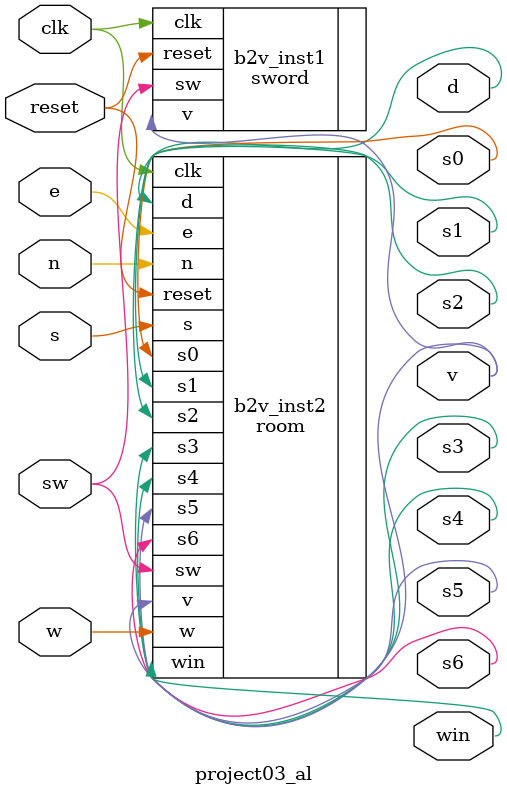
<source format=v>


module project03_al(
	n,
	s,
	e,
	w,
	v,
	reset,
	clk,
	s0,
	s1,
	s2,
	s3,
	s4,
	d,
	s5,
	win,
	s6,
	sw
);


input wire	n;
input wire	s;
input wire	e;
input wire	w;
input wire sw;
input wire	reset;
input wire	clk;
output wire	s0;
output wire	s1;
output wire	s2;
output wire	s3;
output wire	s4;
output wire	d;
output wire	s5;
output wire	win;
output wire	s6;
output wire v;

sword	b2v_inst1(
	.clk(clk),
	.reset(reset),
	.sw(sw),
	.v(v));


room	b2v_inst2(
	.n(n),
	.s(s),
	.e(e),
	.w(w),
	.v(v),
	.reset(reset),
	.clk(clk),
	.s0(s0),
	.s1(s1),
	.s2(s2),
	.sw(sw),
	.s3(s3),
	.s4(s4),
	.d(d),
	.s5(s5),
	.win(win),
	.s6(s6));


endmodule

</source>
